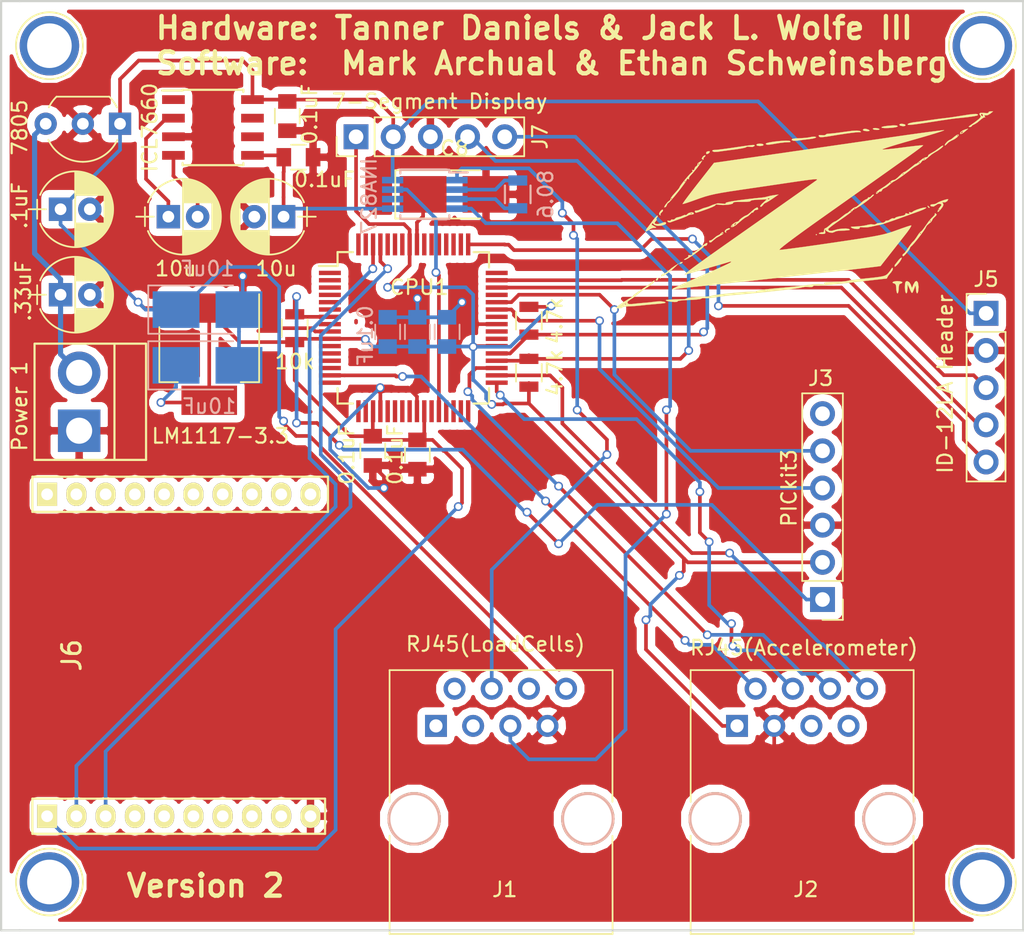
<source format=kicad_pcb>
(kicad_pcb (version 4) (host pcbnew 4.0.6-e0-6349~53~ubuntu16.04.1)
  (layers (0 F.Cu signal) (31 B.Cu signal) (34 B.Paste user) (35 F.Paste user) (36 B.SilkS user) (37 F.SilkS user) (38 B.Mask user) (39 F.Mask user) (44 Edge.Cuts user))
  (net 0 "")
  (net 1 "Net-(CPU1-Pad1)")
  (net 2 "Net-(CPU1-Pad2)")
  (net 3 "Net-(CPU1-Pad3)")
  (net 4 "Net-(CPU1-Pad4)")
  (net 5 "Net-(CPU1-Pad5)")
  (net 6 "Net-(CPU1-Pad6)")
  (net 7 "Net-(CPU1-Pad8)")
  (net 8 "Net-(CPU1-Pad11)")
  (net 9 "Net-(CPU1-Pad12)")
  (net 10 "Net-(CPU1-Pad14)")
  (net 11 "Net-(CPU1-Pad17)")
  (net 12 "Net-(CPU1-Pad18)")
  (net 13 "Net-(CPU1-Pad21)")
  (net 14 "Net-(CPU1-Pad22)")
  (net 15 "Net-(CPU1-Pad23)")
  (net 16 "Net-(CPU1-Pad24)")
  (net 17 "Net-(CPU1-Pad27)")
  (net 18 "Net-(CPU1-Pad29)")
  (net 19 "Net-(CPU1-Pad30)")
  (net 20 "Net-(CPU1-Pad39)")
  (net 21 "Net-(CPU1-Pad40)")
  (net 22 "Net-(CPU1-Pad42)")
  (net 23 "Net-(CPU1-Pad52)")
  (net 24 "Net-(CPU1-Pad53)")
  (net 25 "Net-(CPU1-Pad54)")
  (net 26 "Net-(CPU1-Pad55)")
  (net 27 "Net-(CPU1-Pad58)")
  (net 28 "Net-(CPU1-Pad59)")
  (net 29 "Net-(CPU1-Pad60)")
  (net 30 "Net-(CPU1-Pad63)")
  (net 31 "Net-(CPU1-Pad64)")
  (net 32 "Net-(J1-Pad1)")
  (net 33 "Net-(J1-Pad2)")
  (net 34 "Net-(J1-Pad3)")
  (net 35 "Net-(J1-Pad6)")
  (net 36 GND)
  (net 37 -5V)
  (net 38 3.3V)
  (net 39 "Net-(C8-Pad1)")
  (net 40 "Net-(R1-Pad1)")
  (net 41 "Net-(R1-Pad2)")
  (net 42 +5V)
  (net 43 "Net-(J3-Pad6)")
  (net 44 "Net-(J6-Pad11)")
  (net 45 "Net-(J6-Pad12)")
  (net 46 "Net-(J6-Pad13)")
  (net 47 "Net-(J6-Pad14)")
  (net 48 "Net-(J6-Pad15)")
  (net 49 "Net-(J6-Pad16)")
  (net 50 "Net-(J6-Pad17)")
  (net 51 "Net-(J6-Pad18)")
  (net 52 "Net-(J6-Pad19)")
  (net 53 "Net-(J6-Pad20)")
  (net 54 "Net-(J6-Pad4)")
  (net 55 "Net-(J6-Pad5)")
  (net 56 "Net-(J6-Pad6)")
  (net 57 "Net-(J6-Pad7)")
  (net 58 "Net-(J6-Pad8)")
  (net 59 "Net-(J6-Pad9)")
  (net 60 SDA1)
  (net 61 SCL1)
  (net 62 UART1TX)
  (net 63 UART1RX)
  (net 64 UART2TX)
  (net 65 UART2RX)
  (net 66 A-)
  (net 67 A+)
  (net 68 MCLR)
  (net 69 "Net-(CPU1-Pad13)")
  (net 70 "Net-(U1-Pad6)")
  (net 71 AN13)
  (net 72 "Net-(CPU1-Pad45)")
  (net 73 "Net-(CPU1-Pad48)")
  (net 74 LED)
  (net 75 CP)
  (net 76 "Net-(CPU1-Pad51)")
  (net 77 +9V)
  (net 78 "Net-(U3-Pad1)")
  (net 79 "Net-(U3-Pad6)")
  (net 80 "Net-(U3-Pad7)")
  (net 81 "Net-(CPU1-Pad16)")
  (net 82 "Net-(CPU1-Pad31)")
  (net 83 "Net-(CPU1-Pad32)")
  (net 84 PGED2)
  (net 85 PGEC2)
  (net 86 "Net-(J2-Pad5)")
  (net 87 "Net-(J2-Pad7)")
  (net 88 SS)
  (net 89 MOSI)
  (net 90 MISO)
  (net 91 SCK)
  (net 92 "Net-(C9-Pad1)")
  (net 93 "Net-(C9-Pad2)")
  (module Capacitors_THT:CP_Radial_D5.0mm_P2.00mm (layer F.Cu) (at 127 71.882)
    (fp_text reference C9)
    (fp_text value 10u (at 0.508 3.556) (layer F.SilkS))
    (pad 1 thru_hole rect (at 0 0) (size 1.6 1.6) (drill 0.8) (layers *.Cu *.Mask) (net 92 "Net-(C9-Pad1)"))
    (pad 2 thru_hole circle (at 2 0) (size 1.6 1.6) (drill 0.8) (layers *.Cu *.Mask) (net 93 "Net-(C9-Pad2)"))
  )
  (module Housings_QFP:TQFP-64_10x10mm_Pitch0.5mm (layer F.Cu) (at 143.7386 79.4766)
    (fp_text reference CPU1 hide)
    (fp_text value dsPIC33EP256MC506 hide)
    (fp_text user %R (at 0.4064 -2.7686) (layer F.SilkS))
    (pad 1 smd rect (at -5.7 -3.75) (size 1.5 0.3) (layers F.Cu F.Paste F.Mask) (net 1 "Net-(CPU1-Pad1)"))
    (pad 2 smd rect (at -5.7 -3.25) (size 1.5 0.3) (layers F.Cu F.Paste F.Mask) (net 2 "Net-(CPU1-Pad2)"))
    (pad 3 smd rect (at -5.7 -2.75) (size 1.5 0.3) (layers F.Cu F.Paste F.Mask) (net 3 "Net-(CPU1-Pad3)"))
    (pad 4 smd rect (at -5.7 -2.25) (size 1.5 0.3) (layers F.Cu F.Paste F.Mask) (net 4 "Net-(CPU1-Pad4)"))
    (pad 5 smd rect (at -5.7 -1.75) (size 1.5 0.3) (layers F.Cu F.Paste F.Mask) (net 5 "Net-(CPU1-Pad5)"))
    (pad 6 smd rect (at -5.7 -1.25) (size 1.5 0.3) (layers F.Cu F.Paste F.Mask) (net 6 "Net-(CPU1-Pad6)"))
    (pad 7 smd rect (at -5.7 -0.75) (size 1.5 0.3) (layers F.Cu F.Paste F.Mask) (net 68 MCLR))
    (pad 8 smd rect (at -5.7 -0.25) (size 1.5 0.3) (layers F.Cu F.Paste F.Mask) (net 7 "Net-(CPU1-Pad8)"))
    (pad 9 smd rect (at -5.7 0.25) (size 1.5 0.3) (layers F.Cu F.Paste F.Mask) (net 36 GND))
    (pad 10 smd rect (at -5.7 0.75) (size 1.5 0.3) (layers F.Cu F.Paste F.Mask) (net 38 3.3V))
    (pad 11 smd rect (at -5.7 1.25) (size 1.5 0.3) (layers F.Cu F.Paste F.Mask) (net 8 "Net-(CPU1-Pad11)"))
    (pad 12 smd rect (at -5.7 1.75) (size 1.5 0.3) (layers F.Cu F.Paste F.Mask) (net 9 "Net-(CPU1-Pad12)"))
    (pad 13 smd rect (at -5.7 2.25) (size 1.5 0.3) (layers F.Cu F.Paste F.Mask) (net 69 "Net-(CPU1-Pad13)"))
    (pad 14 smd rect (at -5.7 2.75) (size 1.5 0.3) (layers F.Cu F.Paste F.Mask) (net 10 "Net-(CPU1-Pad14)"))
    (pad 15 smd rect (at -5.7 3.25) (size 1.5 0.3) (layers F.Cu F.Paste F.Mask) (net 88 SS))
    (pad 16 smd rect (at -5.7 3.75) (size 1.5 0.3) (layers F.Cu F.Paste F.Mask) (net 81 "Net-(CPU1-Pad16)"))
    (pad 17 smd rect (at -3.75 5.7 90) (size 1.5 0.3) (layers F.Cu F.Paste F.Mask) (net 11 "Net-(CPU1-Pad17)"))
    (pad 18 smd rect (at -3.25 5.7 90) (size 1.5 0.3) (layers F.Cu F.Paste F.Mask) (net 12 "Net-(CPU1-Pad18)"))
    (pad 19 smd rect (at -2.75 5.7 90) (size 1.5 0.3) (layers F.Cu F.Paste F.Mask) (net 38 3.3V))
    (pad 20 smd rect (at -2.25 5.7 90) (size 1.5 0.3) (layers F.Cu F.Paste F.Mask) (net 36 GND))
    (pad 21 smd rect (at -1.75 5.7 90) (size 1.5 0.3) (layers F.Cu F.Paste F.Mask) (net 13 "Net-(CPU1-Pad21)"))
    (pad 22 smd rect (at -1.25 5.7 90) (size 1.5 0.3) (layers F.Cu F.Paste F.Mask) (net 14 "Net-(CPU1-Pad22)"))
    (pad 23 smd rect (at -0.75 5.7 90) (size 1.5 0.3) (layers F.Cu F.Paste F.Mask) (net 15 "Net-(CPU1-Pad23)"))
    (pad 24 smd rect (at -0.25 5.7 90) (size 1.5 0.3) (layers F.Cu F.Paste F.Mask) (net 16 "Net-(CPU1-Pad24)"))
    (pad 25 smd rect (at 0.25 5.7 90) (size 1.5 0.3) (layers F.Cu F.Paste F.Mask) (net 36 GND))
    (pad 26 smd rect (at 0.75 5.7 90) (size 1.5 0.3) (layers F.Cu F.Paste F.Mask) (net 38 3.3V))
    (pad 27 smd rect (at 1.25 5.7 90) (size 1.5 0.3) (layers F.Cu F.Paste F.Mask) (net 17 "Net-(CPU1-Pad27)"))
    (pad 28 smd rect (at 1.75 5.7 90) (size 1.5 0.3) (layers F.Cu F.Paste F.Mask) (net 71 AN13))
    (pad 29 smd rect (at 2.25 5.7 90) (size 1.5 0.3) (layers F.Cu F.Paste F.Mask) (net 18 "Net-(CPU1-Pad29)"))
    (pad 30 smd rect (at 2.75 5.7 90) (size 1.5 0.3) (layers F.Cu F.Paste F.Mask) (net 19 "Net-(CPU1-Pad30)"))
    (pad 31 smd rect (at 3.25 5.7 90) (size 1.5 0.3) (layers F.Cu F.Paste F.Mask) (net 82 "Net-(CPU1-Pad31)"))
    (pad 32 smd rect (at 3.75 5.7 90) (size 1.5 0.3) (layers F.Cu F.Paste F.Mask) (net 83 "Net-(CPU1-Pad32)"))
    (pad 33 smd rect (at 5.7 3.75) (size 1.5 0.3) (layers F.Cu F.Paste F.Mask) (net 89 MOSI))
    (pad 34 smd rect (at 5.7 3.25) (size 1.5 0.3) (layers F.Cu F.Paste F.Mask) (net 90 MISO))
    (pad 35 smd rect (at 5.7 2.75) (size 1.5 0.3) (layers F.Cu F.Paste F.Mask) (net 91 SCK))
    (pad 36 smd rect (at 5.7 2.25) (size 1.5 0.3) (layers F.Cu F.Paste F.Mask) (net 60 SDA1))
    (pad 37 smd rect (at 5.7 1.75) (size 1.5 0.3) (layers F.Cu F.Paste F.Mask) (net 61 SCL1))
    (pad 38 smd rect (at 5.7 1.25) (size 1.5 0.3) (layers F.Cu F.Paste F.Mask) (net 38 3.3V))
    (pad 39 smd rect (at 5.7 0.75) (size 1.5 0.3) (layers F.Cu F.Paste F.Mask) (net 20 "Net-(CPU1-Pad39)"))
    (pad 40 smd rect (at 5.7 0.25) (size 1.5 0.3) (layers F.Cu F.Paste F.Mask) (net 21 "Net-(CPU1-Pad40)"))
    (pad 41 smd rect (at 5.7 -0.25) (size 1.5 0.3) (layers F.Cu F.Paste F.Mask) (net 36 GND))
    (pad 42 smd rect (at 5.7 -0.75) (size 1.5 0.3) (layers F.Cu F.Paste F.Mask) (net 22 "Net-(CPU1-Pad42)"))
    (pad 43 smd rect (at 5.7 -1.25) (size 1.5 0.3) (layers F.Cu F.Paste F.Mask) (net 84 PGED2))
    (pad 44 smd rect (at 5.7 -1.75) (size 1.5 0.3) (layers F.Cu F.Paste F.Mask) (net 85 PGEC2))
    (pad 45 smd rect (at 5.7 -2.25) (size 1.5 0.3) (layers F.Cu F.Paste F.Mask) (net 72 "Net-(CPU1-Pad45)"))
    (pad 46 smd rect (at 5.7 -2.75) (size 1.5 0.3) (layers F.Cu F.Paste F.Mask) (net 63 UART1RX))
    (pad 47 smd rect (at 5.7 -3.25) (size 1.5 0.3) (layers F.Cu F.Paste F.Mask) (net 74 LED))
    (pad 48 smd rect (at 5.7 -3.75) (size 1.5 0.3) (layers F.Cu F.Paste F.Mask) (net 73 "Net-(CPU1-Pad48)"))
    (pad 49 smd rect (at 3.75 -5.7 90) (size 1.5 0.3) (layers F.Cu F.Paste F.Mask) (net 75 CP))
    (pad 50 smd rect (at 3.25 -5.7 90) (size 1.5 0.3) (layers F.Cu F.Paste F.Mask) (net 62 UART1TX))
    (pad 51 smd rect (at 2.75 -5.7 90) (size 1.5 0.3) (layers F.Cu F.Paste F.Mask) (net 76 "Net-(CPU1-Pad51)"))
    (pad 52 smd rect (at 2.25 -5.7 90) (size 1.5 0.3) (layers F.Cu F.Paste F.Mask) (net 23 "Net-(CPU1-Pad52)"))
    (pad 53 smd rect (at 1.75 -5.7 90) (size 1.5 0.3) (layers F.Cu F.Paste F.Mask) (net 24 "Net-(CPU1-Pad53)"))
    (pad 54 smd rect (at 1.25 -5.7 90) (size 1.5 0.3) (layers F.Cu F.Paste F.Mask) (net 25 "Net-(CPU1-Pad54)"))
    (pad 55 smd rect (at 0.75 -5.7 90) (size 1.5 0.3) (layers F.Cu F.Paste F.Mask) (net 26 "Net-(CPU1-Pad55)"))
    (pad 56 smd rect (at 0.25 -5.7 90) (size 1.5 0.3) (layers F.Cu F.Paste F.Mask) (net 39 "Net-(C8-Pad1)"))
    (pad 57 smd rect (at -0.25 -5.7 90) (size 1.5 0.3) (layers F.Cu F.Paste F.Mask) (net 38 3.3V))
    (pad 58 smd rect (at -0.75 -5.7 90) (size 1.5 0.3) (layers F.Cu F.Paste F.Mask) (net 27 "Net-(CPU1-Pad58)"))
    (pad 59 smd rect (at -1.25 -5.7 90) (size 1.5 0.3) (layers F.Cu F.Paste F.Mask) (net 28 "Net-(CPU1-Pad59)"))
    (pad 60 smd rect (at -1.75 -5.7 90) (size 1.5 0.3) (layers F.Cu F.Paste F.Mask) (net 29 "Net-(CPU1-Pad60)"))
    (pad 61 smd rect (at -2.25 -5.7 90) (size 1.5 0.3) (layers F.Cu F.Paste F.Mask) (net 64 UART2TX))
    (pad 62 smd rect (at -2.75 -5.7 90) (size 1.5 0.3) (layers F.Cu F.Paste F.Mask) (net 65 UART2RX))
    (pad 63 smd rect (at -3.25 -5.7 90) (size 1.5 0.3) (layers F.Cu F.Paste F.Mask) (net 30 "Net-(CPU1-Pad63)"))
    (pad 64 smd rect (at -3.75 -5.7 90) (size 1.5 0.3) (layers F.Cu F.Paste F.Mask) (net 31 "Net-(CPU1-Pad64)"))
  )
  (module Connect:RJ45_8 (layer F.Cu) (at 165.862 106.68)
    (fp_text reference J2 (at 4.7 11.18) (layer F.SilkS))
    (fp_text value "RJ45(Accelerometer)" (at 4.572 -5.334) (layer F.SilkS))
    (pad Hole np_thru_hole circle (at 10.38 6.35) (size 3.65 3.65) (drill 3.25) (layers *.Cu *.SilkS *.Mask))
    (pad Hole np_thru_hole circle (at -1.49 6.35) (size 3.65 3.65) (drill 3.25) (layers *.Cu *.SilkS *.Mask))
    (pad 1 thru_hole rect (at 0 0) (size 1.5 1.5) (drill 0.9) (layers *.Cu *.Mask) (net 38 3.3V))
    (pad 2 thru_hole circle (at 1.27 -2.54) (size 1.5 1.5) (drill 0.9) (layers *.Cu *.Mask) (net 88 SS))
    (pad 3 thru_hole circle (at 2.54 0) (size 1.5 1.5) (drill 0.9) (layers *.Cu *.Mask) (net 36 GND))
    (pad 4 thru_hole circle (at 3.81 -2.54) (size 1.5 1.5) (drill 0.9) (layers *.Cu *.Mask) (net 89 MOSI))
    (pad 5 thru_hole circle (at 5.08 0) (size 1.5 1.5) (drill 0.9) (layers *.Cu *.Mask) (net 86 "Net-(J2-Pad5)"))
    (pad 6 thru_hole circle (at 6.35 -2.54) (size 1.5 1.5) (drill 0.9) (layers *.Cu *.Mask) (net 91 SCK))
    (pad 7 thru_hole circle (at 7.62 0) (size 1.5 1.5) (drill 0.9) (layers *.Cu *.Mask) (net 87 "Net-(J2-Pad7)"))
    (pad 8 thru_hole circle (at 8.89 -2.54) (size 1.5 1.5) (drill 0.9) (layers *.Cu *.Mask) (net 90 MISO))
  )
  (module TO_SOT_Packages_SMD:SOT-223 (layer F.Cu) (at 129.794 81.28 270)
    (fp_text reference U2)
    (fp_text value LM1117-3.3 (at 5.588 -0.762 540) (layer F.SilkS))
    (pad 4 smd rect (at 3.15 0 270) (size 2 3.8) (layers F.Cu F.Paste F.Mask) (net 38 3.3V))
    (pad 2 smd rect (at -3.15 0 270) (size 2 1.5) (layers F.Cu F.Paste F.Mask) (net 38 3.3V))
    (pad 3 smd rect (at -3.15 2.3 270) (size 2 1.5) (layers F.Cu F.Paste F.Mask) (net 42 +5V))
    (pad 1 smd rect (at -3.15 -2.3 270) (size 2 1.5) (layers F.Cu F.Paste F.Mask) (net 36 GND))
  )
  (module Housings_SSOP:MSOP-8_3x3mm_Pitch0.65mm (layer B.Cu) (at 144.526 70.358 180)
    (fp_text reference U1)
    (fp_text value INA827 (at 3.81 -0.127 450) (layer B.SilkS) (effects (justify mirror)))
    (pad 1 smd rect (at -2.2 0.975 180) (size 1.45 0.45) (layers B.Cu B.Paste B.Mask) (net 66 A-))
    (pad 2 smd rect (at -2.2 0.325 180) (size 1.45 0.45) (layers B.Cu B.Paste B.Mask) (net 40 "Net-(R1-Pad1)"))
    (pad 3 smd rect (at -2.2 -0.325 180) (size 1.45 0.45) (layers B.Cu B.Paste B.Mask) (net 41 "Net-(R1-Pad2)"))
    (pad 4 smd rect (at -2.2 -0.975 180) (size 1.45 0.45) (layers B.Cu B.Paste B.Mask) (net 67 A+))
    (pad 5 smd rect (at 2.2 -0.975 180) (size 1.45 0.45) (layers B.Cu B.Paste B.Mask) (net 37 -5V))
    (pad 6 smd rect (at 2.2 -0.325 180) (size 1.45 0.45) (layers B.Cu B.Paste B.Mask) (net 70 "Net-(U1-Pad6)"))
    (pad 7 smd rect (at 2.2 0.325 180) (size 1.45 0.45) (layers B.Cu B.Paste B.Mask) (net 71 AN13))
    (pad 8 smd rect (at 2.2 0.975 180) (size 1.45 0.45) (layers B.Cu B.Paste B.Mask) (net 42 +5V))
  )
  (module Capacitors_SMD:C_0805 (layer F.Cu) (at 144.018 88.138 270)
    (fp_text reference C3 hide)
    (fp_text value 0.1uF (at 0 1.524 270) (layer F.SilkS))
    (pad 1 smd rect (at -1 0 270) (size 1 1.25) (layers F.Cu F.Paste F.Mask) (net 38 3.3V))
    (pad 2 smd rect (at 1 0 270) (size 1 1.25) (layers F.Cu F.Paste F.Mask) (net 36 GND))
  )
  (module SeniorDesignFootprints:AkronZ (layer F.Cu) (at 170.307 71.374)
    (fp_text reference "" hide)
    (fp_text value LOGO hide)
  )
  (module Connect:RJ45_8 (layer F.Cu) (at 145.288 106.68)
    (fp_text reference J1 (at 4.7 11.18) (layer F.SilkS))
    (fp_text value "RJ45(LoadCells)" (at 4.064 -5.588 180) (layer F.SilkS))
    (pad Hole np_thru_hole circle (at 10.38 6.35) (size 3.65 3.65) (drill 3.25) (layers *.Cu *.SilkS *.Mask))
    (pad Hole np_thru_hole circle (at -1.49 6.35) (size 3.65 3.65) (drill 3.25) (layers *.Cu *.SilkS *.Mask))
    (pad 1 thru_hole rect (at 0 0) (size 1.5 1.5) (drill 0.9) (layers *.Cu *.Mask) (net 32 "Net-(J1-Pad1)"))
    (pad 2 thru_hole circle (at 1.27 -2.54) (size 1.5 1.5) (drill 0.9) (layers *.Cu *.Mask) (net 33 "Net-(J1-Pad2)"))
    (pad 3 thru_hole circle (at 2.54 0) (size 1.5 1.5) (drill 0.9) (layers *.Cu *.Mask) (net 34 "Net-(J1-Pad3)"))
    (pad 4 thru_hole circle (at 3.81 -2.54) (size 1.5 1.5) (drill 0.9) (layers *.Cu *.Mask) (net 66 A-))
    (pad 5 thru_hole circle (at 5.08 0) (size 1.5 1.5) (drill 0.9) (layers *.Cu *.Mask) (net 67 A+))
    (pad 6 thru_hole circle (at 6.35 -2.54) (size 1.5 1.5) (drill 0.9) (layers *.Cu *.Mask) (net 35 "Net-(J1-Pad6)"))
    (pad 7 thru_hole circle (at 7.62 0) (size 1.5 1.5) (drill 0.9) (layers *.Cu *.Mask) (net 36 GND))
    (pad 8 thru_hole circle (at 8.89 -2.54) (size 1.5 1.5) (drill 0.9) (layers *.Cu *.Mask) (net 42 +5V))
  )
  (module Capacitors_SMD:C_0805 (layer B.Cu) (at 144.018 79.756 90)
    (fp_text reference C7 hide)
    (fp_text value 0.1uF)
    (pad 1 smd rect (at -1 0 90) (size 1 1.25) (layers B.Cu B.Paste B.Mask) (net 38 3.3V))
    (pad 2 smd rect (at 1 0 90) (size 1 1.25) (layers B.Cu B.Paste B.Mask) (net 36 GND))
  )
  (module SeniorDesignFootprints:XBEE-HEADER (layer F.Cu) (at 127.508 101.854 90)
    (fp_text reference J6 (at 0 -7.112 90) (layer F.SilkS) (effects (font (size 1.27 1.27) (thickness 0.2032))))
    (fp_text value "XBEE Header" hide)
    (pad 11 thru_hole oval (at 11 9.205) (size 1.36 1.6) (drill 0.8) (layers *.Cu *.Mask F.SilkS) (net 44 "Net-(J6-Pad11)"))
    (pad 12 thru_hole oval (at 11 7.205) (size 1.36 1.6) (drill 0.8) (layers *.Cu *.Mask F.SilkS) (net 45 "Net-(J6-Pad12)"))
    (pad 13 thru_hole oval (at 11 5.205) (size 1.36 1.6) (drill 0.8) (layers *.Cu *.Mask F.SilkS) (net 46 "Net-(J6-Pad13)"))
    (pad 14 thru_hole oval (at 11 3.205) (size 1.36 1.6) (drill 0.8) (layers *.Cu *.Mask F.SilkS) (net 47 "Net-(J6-Pad14)"))
    (pad 15 thru_hole oval (at 11 1.205) (size 1.36 1.6) (drill 0.8) (layers *.Cu *.Mask F.SilkS) (net 48 "Net-(J6-Pad15)"))
    (pad 16 thru_hole oval (at 11 -0.795) (size 1.36 1.6) (drill 0.8) (layers *.Cu *.Mask F.SilkS) (net 49 "Net-(J6-Pad16)"))
    (pad 17 thru_hole oval (at 11 -2.795) (size 1.36 1.6) (drill 0.8) (layers *.Cu *.Mask F.SilkS) (net 50 "Net-(J6-Pad17)"))
    (pad 18 thru_hole oval (at 11 -4.795) (size 1.36 1.6) (drill 0.8) (layers *.Cu *.Mask F.SilkS) (net 51 "Net-(J6-Pad18)"))
    (pad 19 thru_hole oval (at 11 -6.795) (size 1.36 1.6) (drill 0.8) (layers *.Cu *.Mask F.SilkS) (net 52 "Net-(J6-Pad19)"))
    (pad 20 thru_hole rect (at 11 -8.795) (size 1.36 1.6) (drill 0.8) (layers *.Cu *.Mask F.SilkS) (net 53 "Net-(J6-Pad20)"))
    (pad 1 thru_hole rect (at -11 -8.795) (size 1.36 1.6) (drill 0.8) (layers *.Cu *.Mask F.SilkS) (net 38 3.3V))
    (pad 2 thru_hole oval (at -11 -6.795) (size 1.36 1.6) (drill 0.8) (layers *.Cu *.Mask F.SilkS) (net 65 UART2RX))
    (pad 3 thru_hole oval (at -11 -4.795) (size 1.36 1.6) (drill 0.8) (layers *.Cu *.Mask F.SilkS) (net 64 UART2TX))
    (pad 4 thru_hole oval (at -11 -2.795) (size 1.36 1.6) (drill 0.8) (layers *.Cu *.Mask F.SilkS) (net 54 "Net-(J6-Pad4)"))
    (pad 5 thru_hole oval (at -11 -0.795) (size 1.36 1.6) (drill 0.8) (layers *.Cu *.Mask F.SilkS) (net 55 "Net-(J6-Pad5)"))
    (pad 6 thru_hole oval (at -11 1.205) (size 1.36 1.6) (drill 0.8) (layers *.Cu *.Mask F.SilkS) (net 56 "Net-(J6-Pad6)"))
    (pad 7 thru_hole oval (at -11 3.205) (size 1.36 1.6) (drill 0.8) (layers *.Cu *.Mask F.SilkS) (net 57 "Net-(J6-Pad7)"))
    (pad 8 thru_hole oval (at -11 5.205) (size 1.36 1.6) (drill 0.8) (layers *.Cu *.Mask F.SilkS) (net 58 "Net-(J6-Pad8)"))
    (pad 9 thru_hole oval (at -11 7.205) (size 1.36 1.6) (drill 0.8) (layers *.Cu *.Mask F.SilkS) (net 59 "Net-(J6-Pad9)"))
    (pad 10 thru_hole oval (at -11 9.205) (size 1.36 1.6) (drill 0.8) (layers *.Cu *.Mask F.SilkS) (net 36 GND))
  )
  (module Resistors_SMD:R_0805 (layer B.Cu) (at 150.876 70.358 270)
    (fp_text reference R1)
    (fp_text value 80.6 (at 0 -1.905 270) (layer B.SilkS) (effects (justify mirror)))
    (pad 1 smd rect (at -0.95 0 270) (size 0.7 1.3) (layers B.Cu B.Paste B.Mask) (net 40 "Net-(R1-Pad1)"))
    (pad 2 smd rect (at 0.95 0 270) (size 0.7 1.3) (layers B.Cu B.Paste B.Mask) (net 41 "Net-(R1-Pad2)"))
  )
  (module Capacitors_SMD:C_0805 (layer F.Cu) (at 135.128 65.008 270)
    (fp_text reference C2)
    (fp_text value 0.1uF (at -0.127 -1.524 270) (layer F.SilkS))
    (pad 1 smd rect (at -1 0 270) (size 1 1.25) (layers F.Cu F.Paste F.Mask) (net 42 +5V))
    (pad 2 smd rect (at 1 0 270) (size 1 1.25) (layers F.Cu F.Paste F.Mask) (net 36 GND))
  )
  (module Capacitors_SMD:C_0805 (layer F.Cu) (at 140.97 87.884 270)
    (fp_text reference C4 hide)
    (fp_text value 0.1uF (at 0.254 1.778 270) (layer F.SilkS))
    (pad 1 smd rect (at -1 0 270) (size 1 1.25) (layers F.Cu F.Paste F.Mask) (net 38 3.3V))
    (pad 2 smd rect (at 1 0 270) (size 1 1.25) (layers F.Cu F.Paste F.Mask) (net 36 GND))
  )
  (module Capacitors_SMD:C_0805 (layer B.Cu) (at 141.986 79.756 270)
    (fp_text reference C5 hide)
    (fp_text value 0.1uF (at 0.254 1.524 270) (layer B.SilkS) (effects (justify mirror)))
    (pad 1 smd rect (at -1 0 270) (size 1 1.25) (layers B.Cu B.Paste B.Mask) (net 36 GND))
    (pad 2 smd rect (at 1 0 270) (size 1 1.25) (layers B.Cu B.Paste B.Mask) (net 38 3.3V))
  )
  (module Capacitors_SMD:C_0805 (layer B.Cu) (at 146.05 79.756 90)
    (fp_text reference C6 hide)
    (fp_text value 0.1uF)
    (pad 1 smd rect (at -1 0 90) (size 1 1.25) (layers B.Cu B.Paste B.Mask) (net 38 3.3V))
    (pad 2 smd rect (at 1 0 90) (size 1 1.25) (layers B.Cu B.Paste B.Mask) (net 36 GND))
  )
  (module Pin_Headers:Pin_Header_Straight_1x06_Pitch2.54mm (layer F.Cu) (at 171.704 98.044 180)
    (fp_text reference J3 (at 0.127 15.113 180) (layer F.SilkS))
    (fp_text value PICkit3 (at 2.286 7.62 270) (layer F.SilkS))
    (pad 1 thru_hole rect (at 0 0 180) (size 1.7 1.7) (drill 1) (layers *.Cu *.Mask) (net 68 MCLR))
    (pad 2 thru_hole oval (at 0 2.54 180) (size 1.7 1.7) (drill 1) (layers *.Cu *.Mask) (net 38 3.3V))
    (pad 3 thru_hole oval (at 0 5.08 180) (size 1.7 1.7) (drill 1) (layers *.Cu *.Mask) (net 36 GND))
    (pad 4 thru_hole oval (at 0 7.62 180) (size 1.7 1.7) (drill 1) (layers *.Cu *.Mask) (net 84 PGED2))
    (pad 5 thru_hole oval (at 0 10.16 180) (size 1.7 1.7) (drill 1) (layers *.Cu *.Mask) (net 85 PGEC2))
    (pad 6 thru_hole oval (at 0 12.7 180) (size 1.7 1.7) (drill 1) (layers *.Cu *.Mask) (net 43 "Net-(J3-Pad6)"))
  )
  (module Resistors_SMD:R_0805 (layer F.Cu) (at 135.636 79.502 90)
    (fp_text reference R2 hide)
    (fp_text value 10k (at -2.286 0 180) (layer F.SilkS))
    (pad 1 smd rect (at -0.95 0 90) (size 0.7 1.3) (layers F.Cu F.Paste F.Mask) (net 38 3.3V))
    (pad 2 smd rect (at 0.95 0 90) (size 0.7 1.3) (layers F.Cu F.Paste F.Mask) (net 68 MCLR))
  )
  (module Pin_Headers:Pin_Header_Straight_1x02_Pitch3.96mm_Friction_Lock (layer F.Cu) (at 120.904 86.51 90)
    (fp_text reference P7)
    (fp_text value "Power 1" (at 1.674 -4.064 90) (layer F.SilkS))
    (pad 1 thru_hole rect (at 0 0 90) (size 2.9 2.9) (drill 1.78) (layers *.Cu *.Mask) (net 36 GND))
    (pad 2 thru_hole circle (at 3.96 0 90) (size 2.9 2.9) (drill 1.78) (layers *.Cu *.Mask) (net 77 +9V))
  )
  (module Socket_Strips:Socket_Strip_Straight_1x05_Pitch2.54mm (layer F.Cu) (at 139.827 66.421 90)
    (fp_text reference J7 (at 0 12.573 90) (layer F.SilkS))
    (fp_text value "7-Segment Display" (at 2.413 5.715 180) (layer F.SilkS))
    (pad 1 thru_hole rect (at 0 0 90) (size 1.7 1.7) (drill 1) (layers *.Cu *.Mask) (net 38 3.3V))
    (pad 2 thru_hole oval (at 0 2.54 90) (size 1.7 1.7) (drill 1) (layers *.Cu *.Mask) (net 42 +5V))
    (pad 3 thru_hole oval (at 0 5.08 90) (size 1.7 1.7) (drill 1) (layers *.Cu *.Mask) (net 36 GND))
    (pad 4 thru_hole oval (at 0 7.62 90) (size 1.7 1.7) (drill 1) (layers *.Cu *.Mask) (net 60 SDA1))
    (pad 5 thru_hole oval (at 0 10.16 90) (size 1.7 1.7) (drill 1) (layers *.Cu *.Mask) (net 61 SCL1))
  )
  (module Resistors_SMD:R_0805 (layer F.Cu) (at 151.638 82.55 90)
    (fp_text reference R5 hide)
    (fp_text value 4.7k (at 0 1.778 90) (layer F.SilkS))
    (pad 1 smd rect (at -0.95 0 90) (size 0.7 1.3) (layers F.Cu F.Paste F.Mask) (net 38 3.3V))
    (pad 2 smd rect (at 0.95 0 90) (size 0.7 1.3) (layers F.Cu F.Paste F.Mask) (net 60 SDA1))
  )
  (module Resistors_SMD:R_0805 (layer F.Cu) (at 151.638 78.994 270)
    (fp_text reference R6 hide)
    (fp_text value 4.7k (at 0 -1.778 270) (layer F.SilkS))
    (pad 1 smd rect (at -0.95 0 270) (size 0.7 1.3) (layers F.Cu F.Paste F.Mask) (net 38 3.3V))
    (pad 2 smd rect (at 0.95 0 270) (size 0.7 1.3) (layers F.Cu F.Paste F.Mask) (net 61 SCL1))
  )
  (module Capacitors_SMD:C_0805 (layer F.Cu) (at 135.89 67.818 180)
    (fp_text reference C1 hide)
    (fp_text value 0.1uF (at -1.778 -1.524 360) (layer F.SilkS))
    (pad 1 smd rect (at -1 0 180) (size 1 1.25) (layers F.Cu F.Paste F.Mask) (net 36 GND))
    (pad 2 smd rect (at 1 0 180) (size 1 1.25) (layers F.Cu F.Paste F.Mask) (net 37 -5V))
  )
  (module Socket_Strips:Socket_Strip_Straight_1x05_Pitch2.54mm (layer F.Cu) (at 182.88 78.486)
    (fp_text reference J5 (at 0 -2.33) (layer F.SilkS))
    (fp_text value "ID-12LA Header" (at -2.794 4.826 90) (layer F.SilkS))
    (pad 1 thru_hole rect (at 0 0) (size 1.7 1.7) (drill 1) (layers *.Cu *.Mask) (net 42 +5V))
    (pad 2 thru_hole oval (at 0 2.54) (size 1.7 1.7) (drill 1) (layers *.Cu *.Mask) (net 36 GND))
    (pad 3 thru_hole oval (at 0 5.08) (size 1.7 1.7) (drill 1) (layers *.Cu *.Mask) (net 74 LED))
    (pad 4 thru_hole oval (at 0 7.62) (size 1.7 1.7) (drill 1) (layers *.Cu *.Mask) (net 63 UART1RX))
    (pad 5 thru_hole oval (at 0 10.16) (size 1.7 1.7) (drill 1) (layers *.Cu *.Mask) (net 75 CP))
  )
  (module TO_SOT_Packages_THT:TO-92_Inline_Wide (layer F.Cu) (at 123.698 65.532 180)
    (fp_text reference U9)
    (fp_text value 7805 (at 6.858 -0.254 270) (layer F.SilkS))
    (pad 2 thru_hole circle (at 2.54 0 270) (size 1.52 1.52) (drill 0.8) (layers *.Cu *.Mask) (net 36 GND))
    (pad 3 thru_hole circle (at 5.08 0 270) (size 1.52 1.52) (drill 0.8) (layers *.Cu *.Mask) (net 77 +9V))
    (pad 1 thru_hole rect (at 0 0 180) (size 1.52 1.52) (drill 0.8) (layers *.Cu *.Mask) (net 42 +5V))
  )
  (module Connectors:1pin (layer F.Cu) (at 182.626 117.348)
    (fp_text reference "" (at 0 -3.048) (layer F.SilkS))
    (fp_text value "" hide)
    (pad "" np_thru_hole circle (at 0 0) (size 4.064 4.064) (drill 3.048) (layers *.Cu *.Mask))
  )
  (module Connectors:1pin (layer F.Cu) (at 118.872 117.348)
    (fp_text reference "" (at 0 -3.048) (layer F.SilkS))
    (fp_text value "" hide)
    (pad "" np_thru_hole circle (at 0 0) (size 4.064 4.064) (drill 3.048) (layers *.Cu *.Mask))
  )
  (module Connectors:1pin (layer F.Cu) (at 118.872 60.198)
    (fp_text reference "" hide)
    (fp_text value "" hide)
    (pad "" np_thru_hole circle (at 0 0) (size 4.064 4.064) (drill 3.048) (layers *.Cu *.Mask))
  )
  (module Connectors:1pin (layer F.Cu) (at 182.626 60.198)
    (fp_text reference "" hide)
    (fp_text value "" hide)
    (pad "" np_thru_hole circle (at 0 0) (size 4.064 4.064) (drill 3.048) (layers *.Cu *.Mask))
  )
  (module Housings_SOIC:SOIC-8_3.9x4.9mm_Pitch1.27mm (layer F.Cu) (at 130.048 65.786)
    (fp_text reference U3)
    (fp_text value ICL7660 (at -4.318 0 90) (layer F.SilkS))
    (pad 1 smd rect (at -2.7 -1.905) (size 1.55 0.6) (layers F.Cu F.Paste F.Mask) (net 78 "Net-(U3-Pad1)"))
    (pad 2 smd rect (at -2.7 -0.635) (size 1.55 0.6) (layers F.Cu F.Paste F.Mask) (net 92 "Net-(C9-Pad1)"))
    (pad 3 smd rect (at -2.7 0.635) (size 1.55 0.6) (layers F.Cu F.Paste F.Mask) (net 36 GND))
    (pad 4 smd rect (at -2.7 1.905) (size 1.55 0.6) (layers F.Cu F.Paste F.Mask) (net 93 "Net-(C9-Pad2)"))
    (pad 5 smd rect (at 2.7 1.905) (size 1.55 0.6) (layers F.Cu F.Paste F.Mask) (net 37 -5V))
    (pad 6 smd rect (at 2.7 0.635) (size 1.55 0.6) (layers F.Cu F.Paste F.Mask) (net 79 "Net-(U3-Pad6)"))
    (pad 7 smd rect (at 2.7 -0.635) (size 1.55 0.6) (layers F.Cu F.Paste F.Mask) (net 80 "Net-(U3-Pad7)"))
    (pad 8 smd rect (at 2.7 -1.905) (size 1.55 0.6) (layers F.Cu F.Paste F.Mask) (net 42 +5V))
  )
  (module Capacitors_THT:CP_Radial_D5.0mm_P2.00mm (layer F.Cu) (at 134.874 71.882 180)
    (fp_text reference C10)
    (fp_text value 10u (at 0.508 -3.556 180) (layer F.SilkS))
    (pad 1 thru_hole rect (at 0 0 180) (size 1.6 1.6) (drill 0.8) (layers *.Cu *.Mask) (net 37 -5V))
    (pad 2 thru_hole circle (at 2 0 180) (size 1.6 1.6) (drill 0.8) (layers *.Cu *.Mask) (net 36 GND))
  )
  (module Capacitors_Tantalum_SMD:CP_Tantalum_Case-T_EIA-3528-12_Hand (layer F.Cu) (at 146.558 70.358)
    (fp_text reference C8 (at 0 -3.15) (layer F.SilkS))
    (fp_text value 10uF)
    (pad 1 smd rect (at -2.15 0) (size 3.2 2.5) (layers F.Cu F.Paste F.Mask) (net 39 "Net-(C8-Pad1)"))
    (pad 2 smd rect (at 2.15 0) (size 3.2 2.5) (layers F.Cu F.Paste F.Mask) (net 36 GND))
  )
  (module Capacitors_THT:CP_Radial_D5.0mm_P2.00mm (layer F.Cu) (at 119.634 77.216)
    (fp_text reference C11)
    (fp_text value .33uF (at -2.54 -0.254 90) (layer F.SilkS))
    (pad 1 thru_hole rect (at 0 0) (size 1.6 1.6) (drill 0.8) (layers *.Cu *.Mask) (net 77 +9V))
    (pad 2 thru_hole circle (at 2 0) (size 1.6 1.6) (drill 0.8) (layers *.Cu *.Mask) (net 36 GND))
  )
  (module Capacitors_THT:CP_Radial_D5.0mm_P2.00mm (layer F.Cu) (at 119.634 71.374)
    (fp_text reference C12)
    (fp_text value .1uF (at -2.794 -0.254 90) (layer F.SilkS))
    (pad 1 thru_hole rect (at 0 0) (size 1.6 1.6) (drill 0.8) (layers *.Cu *.Mask) (net 42 +5V))
    (pad 2 thru_hole circle (at 2 0) (size 1.6 1.6) (drill 0.8) (layers *.Cu *.Mask) (net 36 GND))
  )
  (module Capacitors_Tantalum_SMD:CP_Tantalum_Case-T_EIA-3528-12_Hand (layer B.Cu) (at 129.676 78.232)
    (fp_text reference C13)
    (fp_text value 10uF (at 0 -2.794) (layer B.SilkS) (effects (justify mirror)))
    (pad 1 smd rect (at -2.15 0) (size 3.2 2.5) (layers B.Cu B.Paste B.Mask) (net 42 +5V))
    (pad 2 smd rect (at 2.15 0) (size 3.2 2.5) (layers B.Cu B.Paste B.Mask) (net 36 GND))
  )
  (module Capacitors_Tantalum_SMD:CP_Tantalum_Case-T_EIA-3528-12_Hand (layer B.Cu) (at 129.676 82.042)
    (fp_text reference C14)
    (fp_text value 10uF (at 0.118 2.794) (layer B.SilkS) (effects (justify mirror)))
    (pad 1 smd rect (at -2.15 0) (size 3.2 2.5) (layers B.Cu B.Paste B.Mask) (net 38 3.3V))
    (pad 2 smd rect (at 2.15 0) (size 3.2 2.5) (layers B.Cu B.Paste B.Mask) (net 36 GND))
  )
  (gr_text "Version 2" (at 129.54 117.602) (layer F.SilkS) (effects (font (size 1.5 1.5) (thickness 0.3))))
  (gr_line (start 115.57 120.65) (end 116.84 120.65) (angle 90) (layer Edge.Cuts) (width 0.15))
  (gr_line (start 115.57 57.15) (end 115.57 120.65) (angle 90) (layer Edge.Cuts) (width 0.15))
  (gr_line (start 116.84 57.15) (end 115.57 57.15) (angle 90) (layer Edge.Cuts) (width 0.15))
  (gr_line (start 185.42 120.65) (end 116.84 120.65) (angle 90) (layer Edge.Cuts) (width 0.15))
  (gr_line (start 185.42 57.15) (end 185.42 120.65) (angle 90) (layer Edge.Cuts) (width 0.15))
  (gr_line (start 116.84 57.15) (end 185.42 57.15) (angle 90) (layer Edge.Cuts) (width 0.15))
  (gr_text "Hardware: Tanner Daniels & Jack L. Wolfe III\nSoftware:  Mark Archual & Ethan Schweinsberg" (at 125.984 60.198) (layer F.SilkS) (effects (font (size 1.5 1.5) (thickness 0.3)) (justify left)))
  (segment (start 139.827 78.994) (end 139.827 79.121) (width 0.25) (layer F.Cu) (net 0))
  (segment (start 132.08 75.946) (end 132.08 77.34159) (width 0.25) (layer B.Cu) (net 36))
  (segment (start 132.08 77.34159) (end 131.6396 77.78199) (width 0.25) (layer B.Cu) (net 36))
  (segment (start 131.6396 77.78199) (end 131.507795 77.913795) (width 0.25) (layer B.Cu) (net 36))
  (segment (start 132.094 78.13) (end 132.094 75.96) (width 0.25) (layer F.Cu) (net 36))
  (via (at 132.08 75.946) (size 0.6) (drill 0.4) (layers F.Cu B.Cu) (net 36))
  (segment (start 132.094 75.96) (end 132.08 75.946) (width 0.25) (layer F.Cu) (net 36))
  (segment (start 141.732 90.424) (end 141.732 89.646) (width 0.25) (layer F.Cu) (net 36))
  (segment (start 141.732 89.646) (end 140.97 88.884) (width 0.25) (layer F.Cu) (net 36))
  (segment (start 141.478 83.566) (end 138.058999 86.985001) (width 0.25) (layer B.Cu) (net 36))
  (segment (start 138.058999 86.985001) (end 138.058999 87.803001) (width 0.25) (layer B.Cu) (net 36))
  (segment (start 138.058999 87.803001) (end 140.679998 90.424) (width 0.25) (layer B.Cu) (net 36))
  (segment (start 140.679998 90.424) (end 141.732 90.424) (width 0.25) (layer B.Cu) (net 36))
  (via (at 141.732 90.424) (size 0.6) (drill 0.4) (layers F.Cu B.Cu) (net 36))
  (segment (start 140.97 88.884) (end 143.764 88.884) (width 0.25) (layer F.Cu) (net 36))
  (segment (start 143.764 88.884) (end 144.018 89.138) (width 0.25) (layer F.Cu) (net 36))
  (segment (start 143.9886 85.1766) (end 143.9886 84.1766) (width 0.25) (layer F.Cu) (net 36))
  (segment (start 143.9886 84.1766) (end 143.378 83.566) (width 0.25) (layer F.Cu) (net 36))
  (segment (start 143.378 83.566) (end 141.902264 83.566) (width 0.25) (layer F.Cu) (net 36))
  (segment (start 141.902264 83.566) (end 141.478 83.566) (width 0.25) (layer F.Cu) (net 36))
  (via (at 141.478 83.566) (size 0.6) (drill 0.4) (layers F.Cu B.Cu) (net 36))
  (segment (start 136.814 79.502) (end 133.731 79.502) (width 0.25) (layer F.Cu) (net 36))
  (segment (start 138.0386 79.7266) (end 137.0386 79.7266) (width 0.25) (layer F.Cu) (net 36))
  (segment (start 137.0386 79.7266) (end 136.814 79.502) (width 0.25) (layer F.Cu) (net 36))
  (segment (start 141.4886 85.1766) (end 141.4886 83.5766) (width 0.25) (layer F.Cu) (net 36))
  (segment (start 141.4886 83.5766) (end 141.478 83.566) (width 0.25) (layer F.Cu) (net 36))
  (segment (start 168.402 106.68) (end 168.402 108.585) (width 0.25) (layer F.Cu) (net 36))
  (segment (start 146.05 78.756) (end 146.05 78.74) (width 0.25) (layer B.Cu) (net 36))
  (segment (start 146.05 78.74) (end 147.066 77.724) (width 0.25) (layer B.Cu) (net 36))
  (via (at 147.066 77.724) (size 0.6) (drill 0.4) (layers F.Cu B.Cu) (net 36))
  (segment (start 149.4386 79.2266) (end 148.0606 79.2266) (width 0.25) (layer F.Cu) (net 36))
  (segment (start 148.0606 79.2266) (end 147.828 78.994) (width 0.25) (layer F.Cu) (net 36))
  (segment (start 144.018 78.756) (end 144.018 77.47) (width 0.25) (layer B.Cu) (net 36))
  (via (at 144.018 77.47) (size 0.6) (drill 0.4) (layers F.Cu B.Cu) (net 36))
  (segment (start 144.018 78.756) (end 146.05 78.756) (width 0.25) (layer B.Cu) (net 36))
  (segment (start 144.018 78.756) (end 141.986 78.756) (width 0.25) (layer B.Cu) (net 36))
  (segment (start 131.826 78.232) (end 131.826 79.732) (width 0.25) (layer B.Cu) (net 36))
  (segment (start 131.826 79.732) (end 131.826 82.042) (width 0.25) (layer B.Cu) (net 36))
  (segment (start 142.326 71.333) (end 135.423 71.333) (width 0.25) (layer B.Cu) (net 37))
  (segment (start 135.423 71.333) (end 134.874 71.882) (width 0.25) (layer B.Cu) (net 37))
  (segment (start 134.89 67.818) (end 134.89 68.818) (width 0.25) (layer F.Cu) (net 37))
  (segment (start 134.89 68.818) (end 134.874 68.834) (width 0.25) (layer F.Cu) (net 37))
  (segment (start 134.874 70.55401) (end 134.874 71.882) (width 0.25) (layer F.Cu) (net 37))
  (segment (start 134.874 68.834) (end 134.874 70.55401) (width 0.25) (layer F.Cu) (net 37))
  (segment (start 132.748 67.691) (end 134.763 67.691) (width 0.25) (layer F.Cu) (net 37))
  (segment (start 134.763 67.691) (end 134.89 67.818) (width 0.25) (layer F.Cu) (net 37))
  (segment (start 129.794 84.43) (end 129.794 78.13) (width 0.25) (layer F.Cu) (net 38))
  (segment (start 135.636 80.452) (end 131.866 80.452) (width 0.25) (layer F.Cu) (net 38))
  (segment (start 131.866 80.452) (end 129.794 78.38) (width 0.25) (layer F.Cu) (net 38))
  (segment (start 129.794 78.38) (end 129.794 78.13) (width 0.25) (layer F.Cu) (net 38))
  (segment (start 139.462 86.884) (end 135.636 83.058) (width 0.25) (layer F.Cu) (net 38))
  (segment (start 135.636 83.058) (end 135.636 80.452) (width 0.25) (layer F.Cu) (net 38))
  (segment (start 140.716 72.39) (end 139.827 71.501) (width 0.25) (layer F.Cu) (net 38))
  (segment (start 139.827 71.501) (end 139.827 66.421) (width 0.25) (layer F.Cu) (net 38))
  (segment (start 143.102 72.39) (end 140.716 72.39) (width 0.25) (layer F.Cu) (net 38))
  (segment (start 143.4886 73.7766) (end 143.4886 72.7766) (width 0.25) (layer F.Cu) (net 38))
  (segment (start 143.4886 72.7766) (end 143.102 72.39) (width 0.25) (layer F.Cu) (net 38))
  (segment (start 126.492 84.582) (end 129.642 84.582) (width 0.25) (layer F.Cu) (net 38))
  (segment (start 129.642 84.582) (end 129.794 84.43) (width 0.25) (layer F.Cu) (net 38))
  (segment (start 127.526 82.042) (end 127.526 83.548) (width 0.25) (layer B.Cu) (net 38))
  (segment (start 127.526 83.548) (end 126.492 84.582) (width 0.25) (layer B.Cu) (net 38))
  (via (at 126.492 84.582) (size 0.6) (drill 0.4) (layers F.Cu B.Cu) (net 38))
  (segment (start 146.812 91.694) (end 138.43 100.076) (width 0.25) (layer B.Cu) (net 38))
  (segment (start 138.43 100.076) (end 138.43 113.792) (width 0.25) (layer B.Cu) (net 38))
  (segment (start 118.713 112.974) (end 118.713 112.854) (width 0.25) (layer B.Cu) (net 38))
  (segment (start 138.43 113.792) (end 137.16 115.062) (width 0.25) (layer B.Cu) (net 38))
  (segment (start 137.16 115.062) (end 120.801 115.062) (width 0.25) (layer B.Cu) (net 38))
  (segment (start 120.801 115.062) (end 118.713 112.974) (width 0.25) (layer B.Cu) (net 38))
  (segment (start 140.97 86.884) (end 139.462 86.884) (width 0.25) (layer F.Cu) (net 38))
  (segment (start 147.828 80.772) (end 147.828 83.058) (width 0.25) (layer B.Cu) (net 38))
  (segment (start 147.828 83.058) (end 147.871264 83.058) (width 0.25) (layer B.Cu) (net 38))
  (segment (start 147.871264 83.058) (end 148.717 83.903736) (width 0.25) (layer B.Cu) (net 38))
  (segment (start 148.717 84.328) (end 149.098 84.709) (width 0.25) (layer B.Cu) (net 38))
  (segment (start 148.717 83.903736) (end 148.717 84.328) (width 0.25) (layer B.Cu) (net 38))
  (segment (start 149.926 84.648) (end 149.865 84.709) (width 0.25) (layer F.Cu) (net 38))
  (segment (start 149.865 84.709) (end 149.098 84.709) (width 0.25) (layer F.Cu) (net 38))
  (segment (start 162.494 95.504) (end 162.24 95.25) (width 0.25) (layer F.Cu) (net 38))
  (segment (start 162.24 95.25) (end 151.638 84.648) (width 0.25) (layer F.Cu) (net 38))
  (segment (start 161.925 96.393) (end 162.224999 96.093001) (width 0.25) (layer F.Cu) (net 38))
  (segment (start 162.224999 96.093001) (end 162.224999 95.265001) (width 0.25) (layer F.Cu) (net 38))
  (segment (start 162.224999 95.265001) (end 162.24 95.25) (width 0.25) (layer F.Cu) (net 38))
  (segment (start 159.938999 98.379001) (end 161.925 96.393) (width 0.25) (layer B.Cu) (net 38))
  (via (at 161.925 96.393) (size 0.6) (drill 0.4) (layers F.Cu B.Cu) (net 38))
  (segment (start 159.639 99.441) (end 159.938999 99.141001) (width 0.25) (layer B.Cu) (net 38))
  (segment (start 159.938999 99.141001) (end 159.938999 98.379001) (width 0.25) (layer B.Cu) (net 38))
  (segment (start 159.639 101.457) (end 159.639 99.441) (width 0.25) (layer F.Cu) (net 38))
  (via (at 159.639 99.441) (size 0.6) (drill 0.4) (layers F.Cu B.Cu) (net 38))
  (segment (start 165.862 106.68) (end 164.862 106.68) (width 0.25) (layer F.Cu) (net 38))
  (segment (start 164.862 106.68) (end 159.639 101.457) (width 0.25) (layer F.Cu) (net 38))
  (segment (start 143.4886 73.7766) (end 143.4886 75.2054) (width 0.25) (layer F.Cu) (net 38))
  (segment (start 147.828 77.216) (end 147.828 80.772) (width 0.25) (layer B.Cu) (net 38))
  (segment (start 147.32 76.708) (end 147.828 77.216) (width 0.25) (layer B.Cu) (net 38))
  (segment (start 141.986 76.708) (end 147.32 76.708) (width 0.25) (layer B.Cu) (net 38))
  (via (at 141.986 76.708) (size 0.6) (drill 0.4) (layers F.Cu B.Cu) (net 38))
  (segment (start 143.4886 75.2054) (end 141.986 76.708) (width 0.25) (layer F.Cu) (net 38))
  (segment (start 151.638 84.648) (end 149.926 84.648) (width 0.25) (layer F.Cu) (net 38))
  (via (at 149.098 84.709) (size 0.6) (drill 0.4) (layers F.Cu B.Cu) (net 38))
  (segment (start 151.638 78.044) (end 153.096 78.044) (width 0.25) (layer F.Cu) (net 38))
  (segment (start 153.096 78.044) (end 153.162 77.978) (width 0.25) (layer F.Cu) (net 38))
  (via (at 153.162 77.978) (size 0.6) (drill 0.4) (layers F.Cu B.Cu) (net 38))
  (segment (start 153.162 77.978) (end 150.368 80.772) (width 0.25) (layer B.Cu) (net 38))
  (segment (start 150.368 80.772) (end 147.828 80.772) (width 0.25) (layer B.Cu) (net 38))
  (segment (start 139.827 66.421) (end 139.827 66.675) (width 0.25) (layer F.Cu) (net 38))
  (segment (start 141.986 80.756) (end 140.954 80.756) (width 0.25) (layer B.Cu) (net 38))
  (segment (start 140.4246 80.2266) (end 138.0386 80.2266) (width 0.25) (layer F.Cu) (net 38))
  (segment (start 140.462 80.264) (end 140.4246 80.2266) (width 0.25) (layer F.Cu) (net 38))
  (via (at 140.462 80.264) (size 0.6) (drill 0.4) (layers F.Cu B.Cu) (net 38))
  (segment (start 140.954 80.756) (end 140.462 80.264) (width 0.25) (layer B.Cu) (net 38))
  (segment (start 149.4386 80.7266) (end 147.8734 80.7266) (width 0.25) (layer F.Cu) (net 38))
  (segment (start 147.8734 80.7266) (end 147.828 80.772) (width 0.25) (layer F.Cu) (net 38))
  (via (at 147.828 80.772) (size 0.6) (drill 0.4) (layers F.Cu B.Cu) (net 38))
  (segment (start 147.812 80.756) (end 146.05 80.756) (width 0.25) (layer B.Cu) (net 38))
  (segment (start 147.828 80.772) (end 147.812 80.756) (width 0.25) (layer B.Cu) (net 38))
  (segment (start 144.018 80.756) (end 146.05 80.756) (width 0.25) (layer B.Cu) (net 38))
  (segment (start 141.986 80.756) (end 144.018 80.756) (width 0.25) (layer B.Cu) (net 38))
  (segment (start 144.018 87.138) (end 141.224 87.138) (width 0.25) (layer F.Cu) (net 38))
  (segment (start 141.224 87.138) (end 140.97 86.884) (width 0.25) (layer F.Cu) (net 38))
  (segment (start 140.97 86.884) (end 140.97 85.1952) (width 0.25) (layer F.Cu) (net 38))
  (segment (start 140.97 85.1952) (end 140.9886 85.1766) (width 0.25) (layer F.Cu) (net 38))
  (segment (start 138.0386 80.2266) (end 135.8614 80.2266) (width 0.25) (layer F.Cu) (net 38))
  (segment (start 135.8614 80.2266) (end 135.636 80.452) (width 0.25) (layer F.Cu) (net 38))
  (segment (start 147.066 91.44) (end 147.066 89.088) (width 0.25) (layer F.Cu) (net 38))
  (segment (start 146.812 91.694) (end 147.066 91.44) (width 0.25) (layer F.Cu) (net 38))
  (via (at 146.812 91.694) (size 0.6) (drill 0.4) (layers F.Cu B.Cu) (net 38))
  (segment (start 171.704 95.504) (end 162.494 95.504) (width 0.25) (layer F.Cu) (net 38))
  (segment (start 151.638 83.246) (end 151.638 84.648) (width 0.25) (layer F.Cu) (net 38))
  (segment (start 144.018 87.138) (end 145.05 87.138) (width 0.25) (layer F.Cu) (net 38))
  (segment (start 145.862 87.884) (end 147.066 89.088) (width 0.25) (layer F.Cu) (net 38))
  (segment (start 145.796 87.884) (end 145.862 87.884) (width 0.25) (layer F.Cu) (net 38))
  (segment (start 145.05 87.138) (end 145.796 87.884) (width 0.25) (layer F.Cu) (net 38))
  (segment (start 144.4886 85.1766) (end 144.4886 86.6674) (width 0.25) (layer F.Cu) (net 38))
  (segment (start 144.4886 86.6674) (end 144.018 87.138) (width 0.25) (layer F.Cu) (net 38))
  (segment (start 149.4426 80.7306) (end 149.4386 80.7266) (width 0.25) (layer F.Cu) (net 38))
  (segment (start 144.408 70.358) (end 144.408 71.858) (width 0.25) (layer F.Cu) (net 39))
  (segment (start 144.408 71.858) (end 143.9886 72.2774) (width 0.25) (layer F.Cu) (net 39))
  (segment (start 143.9886 72.2774) (end 143.9886 72.7766) (width 0.25) (layer F.Cu) (net 39))
  (segment (start 143.9886 72.7766) (end 143.9886 73.7766) (width 0.25) (layer F.Cu) (net 39))
  (segment (start 150.876 69.408) (end 149.976 69.408) (width 0.25) (layer B.Cu) (net 40))
  (segment (start 149.351 70.033) (end 147.701 70.033) (width 0.25) (layer B.Cu) (net 40))
  (segment (start 149.976 69.408) (end 149.351 70.033) (width 0.25) (layer B.Cu) (net 40))
  (segment (start 147.701 70.033) (end 146.726 70.033) (width 0.25) (layer B.Cu) (net 40))
  (segment (start 150.876 71.308) (end 149.976 71.308) (width 0.25) (layer B.Cu) (net 41))
  (segment (start 149.976 71.308) (end 149.351 70.683) (width 0.25) (layer B.Cu) (net 41))
  (segment (start 149.351 70.683) (end 147.701 70.683) (width 0.25) (layer B.Cu) (net 41))
  (segment (start 147.701 70.683) (end 146.726 70.683) (width 0.25) (layer B.Cu) (net 41))
  (segment (start 125.442 78.232) (end 124.934 77.724) (width 0.25) (layer B.Cu) (net 42))
  (segment (start 124.934 77.724) (end 119.634 72.424) (width 0.25) (layer B.Cu) (net 42))
  (segment (start 127.494 78.13) (end 125.34 78.13) (width 0.25) (layer F.Cu) (net 42))
  (segment (start 125.34 78.13) (end 124.934 77.724) (width 0.25) (layer F.Cu) (net 42))
  (via (at 124.934 77.724) (size 0.6) (drill 0.4) (layers F.Cu B.Cu) (net 42))
  (segment (start 123.698 65.532) (end 123.698 67.31) (width 0.25) (layer B.Cu) (net 42))
  (segment (start 123.698 67.31) (end 119.634 71.374) (width 0.25) (layer B.Cu) (net 42))
  (segment (start 127.526 78.232) (end 125.442 78.232) (width 0.25) (layer B.Cu) (net 42))
  (segment (start 119.634 72.424) (end 119.634 71.374) (width 0.25) (layer B.Cu) (net 42))
  (segment (start 134.874 85.852) (end 134.574001 85.552001) (width 0.25) (layer B.Cu) (net 42))
  (segment (start 134.574001 85.552001) (end 134.574001 76.662001) (width 0.25) (layer B.Cu) (net 42))
  (segment (start 134.574001 76.662001) (end 133.232999 75.320999) (width 0.25) (layer B.Cu) (net 42))
  (segment (start 133.232999 75.320999) (end 130.787001 75.320999) (width 0.25) (layer B.Cu) (net 42))
  (segment (start 130.787001 75.320999) (end 127.876 78.232) (width 0.25) (layer B.Cu) (net 42))
  (segment (start 127.876 78.232) (end 127.526 78.232) (width 0.25) (layer B.Cu) (net 42))
  (segment (start 136.652 86.868) (end 135.726998 86.868) (width 0.25) (layer F.Cu) (net 42))
  (segment (start 135.726998 86.868) (end 134.874 86.015002) (width 0.25) (layer F.Cu) (net 42))
  (segment (start 134.874 86.015002) (end 134.874 85.852) (width 0.25) (layer F.Cu) (net 42))
  (via (at 134.874 85.852) (size 0.6) (drill 0.4) (layers F.Cu B.Cu) (net 42))
  (segment (start 136.906 87.122) (end 136.652 86.868) (width 0.25) (layer F.Cu) (net 42))
  (segment (start 138.684 88.9) (end 136.906 87.122) (width 0.25) (layer F.Cu) (net 42))
  (segment (start 123.698 65.532) (end 123.698 62.484) (width 0.25) (layer F.Cu) (net 42))
  (segment (start 123.698 62.484) (end 124.968 61.214) (width 0.25) (layer F.Cu) (net 42))
  (segment (start 124.968 61.214) (end 132.08 61.214) (width 0.25) (layer F.Cu) (net 42))
  (segment (start 132.08 61.214) (end 132.748 61.882) (width 0.25) (layer F.Cu) (net 42))
  (segment (start 132.748 61.882) (end 132.748 63.881) (width 0.25) (layer F.Cu) (net 42))
  (segment (start 167.302 64.008) (end 144.78 64.008) (width 0.25) (layer B.Cu) (net 42))
  (segment (start 144.78 64.008) (end 142.367 66.421) (width 0.25) (layer B.Cu) (net 42))
  (segment (start 182.88 78.486) (end 181.78 78.486) (width 0.25) (layer B.Cu) (net 42))
  (segment (start 181.78 78.486) (end 167.302 64.008) (width 0.25) (layer B.Cu) (net 42))
  (segment (start 133.223 63.881) (end 132.748 63.881) (width 0.25) (layer F.Cu) (net 42))
  (segment (start 154.178 104.14) (end 153.924 104.14) (width 0.25) (layer F.Cu) (net 42))
  (segment (start 153.924 104.14) (end 138.684 88.9) (width 0.25) (layer F.Cu) (net 42))
  (segment (start 142.326 69.383) (end 142.326 66.462) (width 0.25) (layer B.Cu) (net 42))
  (segment (start 142.326 66.462) (end 142.367 66.421) (width 0.25) (layer B.Cu) (net 42))
  (segment (start 135.509 63.881) (end 141.224 63.881) (width 0.25) (layer F.Cu) (net 42))
  (segment (start 141.224 63.881) (end 142.367 65.024) (width 0.25) (layer F.Cu) (net 42))
  (segment (start 142.367 65.024) (end 142.367 66.421) (width 0.25) (layer F.Cu) (net 42))
  (segment (start 132.748 63.881) (end 135.509 63.881) (width 0.25) (layer F.Cu) (net 42))
  (segment (start 147.447 66.421) (end 147.701 66.421) (width 0.25) (layer B.Cu) (net 60))
  (segment (start 147.701 66.421) (end 149.352 68.072) (width 0.25) (layer B.Cu) (net 60))
  (segment (start 149.352 68.072) (end 154.94 68.072) (width 0.25) (layer B.Cu) (net 60))
  (segment (start 154.94 68.072) (end 162.56 75.692) (width 0.25) (layer B.Cu) (net 60))
  (segment (start 162.56 75.692) (end 162.56 81.026) (width 0.25) (layer B.Cu) (net 60))
  (via (at 162.56 81.026) (size 0.6) (drill 0.4) (layers F.Cu B.Cu) (net 60))
  (segment (start 162.56 81.026) (end 161.986 81.6) (width 0.25) (layer F.Cu) (net 60))
  (segment (start 161.986 81.6) (end 151.638 81.6) (width 0.25) (layer F.Cu) (net 60))
  (segment (start 149.4386 81.7266) (end 151.2574 81.7266) (width 0.25) (layer F.Cu) (net 60))
  (segment (start 151.2574 81.7266) (end 151.638 81.346) (width 0.25) (layer F.Cu) (net 60))
  (segment (start 149.987 66.421) (end 154.813 66.421) (width 0.25) (layer B.Cu) (net 61))
  (segment (start 163.388 79.944) (end 151.638 79.944) (width 0.25) (layer F.Cu) (net 61))
  (segment (start 163.576 79.756) (end 163.388 79.944) (width 0.25) (layer F.Cu) (net 61))
  (via (at 163.576 79.756) (size 0.6) (drill 0.4) (layers F.Cu B.Cu) (net 61))
  (segment (start 163.83 79.502) (end 163.576 79.756) (width 0.25) (layer B.Cu) (net 61))
  (segment (start 163.83 75.438) (end 163.83 79.502) (width 0.25) (layer B.Cu) (net 61))
  (segment (start 154.813 66.421) (end 163.83 75.438) (width 0.25) (layer B.Cu) (net 61))
  (segment (start 149.4386 81.2266) (end 150.3554 81.2266) (width 0.25) (layer F.Cu) (net 61))
  (segment (start 150.3554 81.2266) (end 151.638 79.944) (width 0.25) (layer F.Cu) (net 61))
  (segment (start 182.88 86.106) (end 182.372 86.106) (width 0.25) (layer F.Cu) (net 63))
  (segment (start 182.372 86.106) (end 172.9926 76.7266) (width 0.25) (layer F.Cu) (net 63))
  (segment (start 172.9926 76.7266) (end 149.4386 76.7266) (width 0.25) (layer F.Cu) (net 63))
  (segment (start 139.446 91.694) (end 122.713 108.427) (width 0.25) (layer B.Cu) (net 64))
  (segment (start 122.713 108.427) (end 122.713 112.854) (width 0.25) (layer B.Cu) (net 64))
  (segment (start 141.4886 73.7766) (end 141.4886 74.9406) (width 0.25) (layer F.Cu) (net 64))
  (segment (start 139.446 90.17) (end 139.446 91.694) (width 0.25) (layer B.Cu) (net 64))
  (segment (start 137.414 88.138) (end 139.446 90.17) (width 0.25) (layer B.Cu) (net 64))
  (segment (start 137.414 80.01) (end 137.414 88.138) (width 0.25) (layer B.Cu) (net 64))
  (segment (start 141.986 75.438) (end 137.414 80.01) (width 0.25) (layer B.Cu) (net 64))
  (via (at 141.986 75.438) (size 0.6) (drill 0.4) (layers F.Cu B.Cu) (net 64))
  (segment (start 141.4886 74.9406) (end 141.986 75.438) (width 0.25) (layer F.Cu) (net 64))
  (segment (start 138.43 91.694) (end 120.713 109.411) (width 0.25) (layer B.Cu) (net 65))
  (segment (start 120.713 109.411) (end 120.713 112.854) (width 0.25) (layer B.Cu) (net 65))
  (segment (start 140.9886 73.7766) (end 140.9886 75.4194) (width 0.25) (layer F.Cu) (net 65))
  (segment (start 138.43 90.17) (end 138.43 91.694) (width 0.25) (layer B.Cu) (net 65))
  (segment (start 136.652 88.392) (end 138.43 90.17) (width 0.25) (layer B.Cu) (net 65))
  (segment (start 136.652 79.756) (end 136.652 88.392) (width 0.25) (layer B.Cu) (net 65))
  (segment (start 140.97 75.438) (end 136.652 79.756) (width 0.25) (layer B.Cu) (net 65))
  (via (at 140.97 75.438) (size 0.6) (drill 0.4) (layers F.Cu B.Cu) (net 65))
  (segment (start 140.9886 75.4194) (end 140.97 75.438) (width 0.25) (layer F.Cu) (net 65))
  (segment (start 154.686 73.1516) (end 154.686 72.39) (width 0.25) (layer F.Cu) (net 66))
  (segment (start 154.686 72.39) (end 153.924 71.628) (width 0.25) (layer F.Cu) (net 66))
  (segment (start 154.94 74.93) (end 154.94 73.4056) (width 0.25) (layer B.Cu) (net 66))
  (segment (start 154.94 73.4056) (end 154.686 73.1516) (width 0.25) (layer B.Cu) (net 66))
  (via (at 154.686 73.1516) (size 0.6) (drill 0.4) (layers F.Cu B.Cu) (net 66))
  (segment (start 147.054 68.58) (end 151.633002 68.58) (width 0.25) (layer B.Cu) (net 66))
  (segment (start 151.633002 68.58) (end 153.924 70.870998) (width 0.25) (layer B.Cu) (net 66))
  (segment (start 153.924 70.870998) (end 153.924 71.628) (width 0.25) (layer B.Cu) (net 66))
  (via (at 153.924 71.628) (size 0.6) (drill 0.4) (layers F.Cu B.Cu) (net 66))
  (segment (start 146.726 69.383) (end 146.726 68.908) (width 0.25) (layer B.Cu) (net 66))
  (segment (start 146.726 68.908) (end 147.054 68.58) (width 0.25) (layer B.Cu) (net 66))
  (segment (start 149.098 96.012) (end 149.098 104.14) (width 0.25) (layer B.Cu) (net 66))
  (segment (start 156.972 88.138) (end 149.098 96.012) (width 0.25) (layer B.Cu) (net 66))
  (via (at 156.972 88.138) (size 0.6) (drill 0.4) (layers F.Cu B.Cu) (net 66))
  (segment (start 156.972 87.122) (end 156.972 88.138) (width 0.25) (layer F.Cu) (net 66))
  (segment (start 154.94 85.09) (end 156.972 87.122) (width 0.25) (layer F.Cu) (net 66))
  (via (at 154.94 85.09) (size 0.6) (drill 0.4) (layers F.Cu B.Cu) (net 66))
  (segment (start 154.94 74.93) (end 154.94 85.09) (width 0.25) (layer B.Cu) (net 66))
  (segment (start 150.368 106.68) (end 150.368 107.696) (width 0.25) (layer B.Cu) (net 67))
  (segment (start 150.368 107.696) (end 151.638 108.966) (width 0.25) (layer B.Cu) (net 67))
  (segment (start 151.638 108.966) (end 156.21 108.966) (width 0.25) (layer B.Cu) (net 67))
  (segment (start 156.21 108.966) (end 158.242 106.934) (width 0.25) (layer B.Cu) (net 67))
  (segment (start 158.242 106.934) (end 158.242 94.996) (width 0.25) (layer B.Cu) (net 67))
  (segment (start 158.242 94.996) (end 161.036 92.202) (width 0.25) (layer B.Cu) (net 67))
  (segment (start 146.726 71.333) (end 147.701 71.333) (width 0.25) (layer B.Cu) (net 67))
  (segment (start 147.701 71.333) (end 148.698989 72.330989) (width 0.25) (layer B.Cu) (net 67))
  (segment (start 148.698989 72.330989) (end 157.674989 72.330989) (width 0.25) (layer B.Cu) (net 67))
  (segment (start 157.674989 72.330989) (end 161.29 75.946) (width 0.25) (layer B.Cu) (net 67))
  (via (at 161.036 92.202) (size 0.6) (drill 0.4) (layers F.Cu B.Cu) (net 67))
  (segment (start 161.036 85.09) (end 161.036 92.202) (width 0.25) (layer F.Cu) (net 67))
  (via (at 161.036 85.09) (size 0.6) (drill 0.4) (layers F.Cu B.Cu) (net 67))
  (segment (start 161.29 84.836) (end 161.036 85.09) (width 0.25) (layer B.Cu) (net 67))
  (segment (start 161.29 75.946) (end 161.29 84.836) (width 0.25) (layer B.Cu) (net 67))
  (segment (start 153.67 94.234) (end 156.327001 91.576999) (width 0.25) (layer B.Cu) (net 68))
  (segment (start 156.327001 91.576999) (end 164.136999 91.576999) (width 0.25) (layer B.Cu) (net 68))
  (segment (start 164.136999 91.576999) (end 170.604 98.044) (width 0.25) (layer B.Cu) (net 68))
  (segment (start 170.604 98.044) (end 171.704 98.044) (width 0.25) (layer B.Cu) (net 68))
  (segment (start 151.511 92.075) (end 153.67 94.234) (width 0.25) (layer F.Cu) (net 68))
  (via (at 153.67 94.234) (size 0.6) (drill 0.4) (layers F.Cu B.Cu) (net 68))
  (segment (start 147.111999 87.802999) (end 151.384 92.075) (width 0.25) (layer B.Cu) (net 68))
  (segment (start 151.384 92.075) (end 151.511 92.075) (width 0.25) (layer B.Cu) (net 68))
  (via (at 151.511 92.075) (size 0.6) (drill 0.4) (layers F.Cu B.Cu) (net 68))
  (segment (start 138.684 87.503) (end 138.983999 87.802999) (width 0.25) (layer B.Cu) (net 68))
  (segment (start 138.983999 87.802999) (end 147.111999 87.802999) (width 0.25) (layer B.Cu) (net 68))
  (segment (start 135.763 85.979) (end 137.16 85.979) (width 0.25) (layer F.Cu) (net 68))
  (segment (start 137.16 85.979) (end 138.684 87.503) (width 0.25) (layer F.Cu) (net 68))
  (via (at 138.684 87.503) (size 0.6) (drill 0.4) (layers F.Cu B.Cu) (net 68))
  (segment (start 135.763 77.343) (end 135.763 85.979) (width 0.25) (layer B.Cu) (net 68))
  (via (at 135.763 85.979) (size 0.6) (drill 0.4) (layers F.Cu B.Cu) (net 68))
  (segment (start 135.636 77.47) (end 135.763 77.343) (width 0.25) (layer F.Cu) (net 68))
  (via (at 135.763 77.343) (size 0.6) (drill 0.4) (layers F.Cu B.Cu) (net 68))
  (segment (start 135.636 78.552) (end 135.636 77.47) (width 0.25) (layer F.Cu) (net 68))
  (segment (start 138.0386 78.7266) (end 135.8106 78.7266) (width 0.25) (layer F.Cu) (net 68))
  (segment (start 135.8106 78.7266) (end 135.636 78.552) (width 0.25) (layer F.Cu) (net 68))
  (segment (start 145.288 75.692) (end 145.288 72.02) (width 0.25) (layer B.Cu) (net 71))
  (segment (start 145.288 72.02) (end 143.301 70.033) (width 0.25) (layer B.Cu) (net 71))
  (segment (start 143.301 70.033) (end 142.326 70.033) (width 0.25) (layer B.Cu) (net 71))
  (segment (start 145.4886 85.1766) (end 145.4886 75.8926) (width 0.25) (layer F.Cu) (net 71))
  (segment (start 145.4886 75.8926) (end 145.288 75.692) (width 0.25) (layer F.Cu) (net 71))
  (via (at 145.288 75.692) (size 0.6) (drill 0.4) (layers F.Cu B.Cu) (net 71))
  (segment (start 143.211002 70.033) (end 142.326 70.033) (width 0.25) (layer B.Cu) (net 71))
  (segment (start 173.482 76.2) (end 157.988 76.2) (width 0.25) (layer F.Cu) (net 74))
  (segment (start 157.988 76.2) (end 157.9614 76.2266) (width 0.25) (layer F.Cu) (net 74))
  (segment (start 157.9614 76.2266) (end 150.4386 76.2266) (width 0.25) (layer F.Cu) (net 74))
  (segment (start 150.4386 76.2266) (end 149.4386 76.2266) (width 0.25) (layer F.Cu) (net 74))
  (segment (start 179.998001 82.716001) (end 173.482 76.2) (width 0.25) (layer F.Cu) (net 74))
  (segment (start 182.88 83.566) (end 182.030001 82.716001) (width 0.25) (layer F.Cu) (net 74))
  (segment (start 182.030001 82.716001) (end 179.998001 82.716001) (width 0.25) (layer F.Cu) (net 74))
  (segment (start 162.814 73.406) (end 160.02 73.406) (width 0.25) (layer F.Cu) (net 75))
  (segment (start 160.02 73.406) (end 159.258 74.168) (width 0.25) (layer F.Cu) (net 75))
  (segment (start 159.258 74.168) (end 150.622 74.168) (width 0.25) (layer F.Cu) (net 75))
  (segment (start 150.622 74.168) (end 150.250999 73.796999) (width 0.25) (layer F.Cu) (net 75))
  (segment (start 150.250999 73.796999) (end 149.996999 73.796999) (width 0.25) (layer F.Cu) (net 75))
  (segment (start 149.996999 73.796999) (end 149.9766 73.7766) (width 0.25) (layer F.Cu) (net 75))
  (segment (start 149.9766 73.7766) (end 147.4886 73.7766) (width 0.25) (layer F.Cu) (net 75))
  (segment (start 164.592 77.978) (end 164.592 75.184) (width 0.25) (layer B.Cu) (net 75))
  (segment (start 164.592 75.184) (end 162.814 73.406) (width 0.25) (layer B.Cu) (net 75))
  (segment (start 173.482 77.978) (end 164.592 77.978) (width 0.25) (layer F.Cu) (net 75))
  (via (at 164.592 77.978) (size 0.6) (drill 0.4) (layers F.Cu B.Cu) (net 75))
  (segment (start 181.356 85.852) (end 173.482 77.978) (width 0.25) (layer F.Cu) (net 75))
  (segment (start 181.356 86.36) (end 181.356 85.852) (width 0.25) (layer F.Cu) (net 75))
  (via (at 162.814 73.406) (size 0.6) (drill 0.4) (layers F.Cu B.Cu) (net 75))
  (segment (start 181.356 87.122) (end 181.356 86.36) (width 0.25) (layer F.Cu) (net 75))
  (segment (start 182.88 88.646) (end 181.356 87.122) (width 0.25) (layer F.Cu) (net 75))
  (segment (start 119.634 77.216) (end 119.634 81.28) (width 0.35) (layer B.Cu) (net 77))
  (segment (start 119.634 81.28) (end 120.904 82.55) (width 0.35) (layer B.Cu) (net 77))
  (segment (start 118.618 65.532) (end 117.858001 66.291999) (width 0.35) (layer B.Cu) (net 77))
  (segment (start 117.858001 66.291999) (end 117.858001 74.390001) (width 0.35) (layer B.Cu) (net 77))
  (segment (start 119.634 76.166) (end 119.634 77.216) (width 0.35) (layer B.Cu) (net 77))
  (segment (start 117.858001 74.390001) (end 119.634 76.166) (width 0.35) (layer B.Cu) (net 77))
  (segment (start 156.464 78.994) (end 151.002998 78.994) (width 0.25) (layer F.Cu) (net 84))
  (segment (start 151.002998 78.994) (end 150.622 78.613002) (width 0.25) (layer F.Cu) (net 84))
  (segment (start 150.622 78.613002) (end 150.622 78.41) (width 0.25) (layer F.Cu) (net 84))
  (segment (start 150.622 78.41) (end 150.4386 78.2266) (width 0.25) (layer F.Cu) (net 84))
  (segment (start 150.4386 78.2266) (end 149.4386 78.2266) (width 0.25) (layer F.Cu) (net 84))
  (segment (start 164.59059 90.424) (end 156.464 82.29741) (width 0.25) (layer B.Cu) (net 84))
  (segment (start 156.464 82.29741) (end 156.464 78.994) (width 0.25) (layer B.Cu) (net 84))
  (via (at 156.464 78.994) (size 0.6) (drill 0.4) (layers F.Cu B.Cu) (net 84))
  (segment (start 164.59059 90.424) (end 171.704 90.424) (width 0.25) (layer B.Cu) (net 84))
  (segment (start 149.4386 77.7266) (end 150.4386 77.7266) (width 0.25) (layer F.Cu) (net 85))
  (segment (start 156.464 77.216) (end 157.48 78.232) (width 0.25) (layer F.Cu) (net 85))
  (segment (start 150.4386 77.7266) (end 150.9492 77.216) (width 0.25) (layer F.Cu) (net 85))
  (segment (start 150.9492 77.216) (end 156.464 77.216) (width 0.25) (layer F.Cu) (net 85))
  (via (at 157.48 78.232) (size 0.6) (drill 0.4) (layers F.Cu B.Cu) (net 85))
  (segment (start 157.48 79.319) (end 157.48 78.232) (width 0.25) (layer B.Cu) (net 85))
  (segment (start 157.48 79.319) (end 157.48 82.677) (width 0.25) (layer B.Cu) (net 85))
  (segment (start 157.48 82.677) (end 162.687 87.884) (width 0.25) (layer B.Cu) (net 85))
  (segment (start 162.687 87.884) (end 171.704 87.884) (width 0.25) (layer B.Cu) (net 85))
  (segment (start 143.002 82.804) (end 142.577736 82.804) (width 0.25) (layer F.Cu) (net 88))
  (segment (start 142.577736 82.804) (end 142.500336 82.7266) (width 0.25) (layer F.Cu) (net 88))
  (segment (start 142.500336 82.7266) (end 139.0386 82.7266) (width 0.25) (layer F.Cu) (net 88))
  (segment (start 139.0386 82.7266) (end 138.0386 82.7266) (width 0.25) (layer F.Cu) (net 88))
  (segment (start 144.272 82.804) (end 143.002 82.804) (width 0.25) (layer B.Cu) (net 88))
  (via (at 143.002 82.804) (size 0.6) (drill 0.4) (layers F.Cu B.Cu) (net 88))
  (segment (start 144.399 82.931) (end 144.272 82.804) (width 0.25) (layer B.Cu) (net 88))
  (segment (start 162.605999 101.137999) (end 164.129999 101.137999) (width 0.25) (layer B.Cu) (net 88))
  (segment (start 164.129999 101.137999) (end 167.132 104.14) (width 0.25) (layer B.Cu) (net 88))
  (segment (start 162.306 100.838) (end 162.605999 101.137999) (width 0.25) (layer B.Cu) (net 88))
  (segment (start 152.781 91.313) (end 162.306 100.838) (width 0.25) (layer F.Cu) (net 88))
  (via (at 162.306 100.838) (size 0.6) (drill 0.4) (layers F.Cu B.Cu) (net 88))
  (segment (start 144.399 82.931) (end 152.781 91.313) (width 0.25) (layer B.Cu) (net 88))
  (via (at 152.781 91.313) (size 0.6) (drill 0.4) (layers F.Cu B.Cu) (net 88))
  (segment (start 165.481 99.695) (end 165.481 101.128002) (width 0.25) (layer F.Cu) (net 89))
  (segment (start 165.481 101.128002) (end 165.571998 101.219) (width 0.25) (layer F.Cu) (net 89))
  (segment (start 163.957 94.107) (end 163.957 98.425) (width 0.25) (layer B.Cu) (net 89))
  (segment (start 163.957 98.425) (end 165.227 99.695) (width 0.25) (layer B.Cu) (net 89))
  (segment (start 165.227 99.695) (end 165.481 99.695) (width 0.25) (layer B.Cu) (net 89))
  (via (at 165.481 99.695) (size 0.6) (drill 0.4) (layers F.Cu B.Cu) (net 89))
  (segment (start 163.322 90.678) (end 163.322 93.472) (width 0.25) (layer F.Cu) (net 89))
  (segment (start 163.322 93.472) (end 163.957 94.107) (width 0.25) (layer F.Cu) (net 89))
  (via (at 163.957 94.107) (size 0.6) (drill 0.4) (layers F.Cu B.Cu) (net 89))
  (segment (start 158.994001 85.715001) (end 163.322 90.043) (width 0.25) (layer B.Cu) (net 89))
  (segment (start 163.322 90.043) (end 163.322 90.678) (width 0.25) (layer B.Cu) (net 89))
  (via (at 163.322 90.678) (size 0.6) (drill 0.4) (layers F.Cu B.Cu) (net 89))
  (segment (start 149.678252 84.0742) (end 151.319053 85.715001) (width 0.25) (layer B.Cu) (net 89))
  (segment (start 151.319053 85.715001) (end 158.994001 85.715001) (width 0.25) (layer B.Cu) (net 89))
  (segment (start 149.4386 83.2266) (end 149.4386 83.834548) (width 0.25) (layer F.Cu) (net 89))
  (segment (start 149.4386 83.834548) (end 149.678252 84.0742) (width 0.25) (layer F.Cu) (net 89))
  (via (at 149.678252 84.0742) (size 0.6) (drill 0.4) (layers F.Cu B.Cu) (net 89))
  (segment (start 165.571998 101.219) (end 165.871997 101.518999) (width 0.25) (layer B.Cu) (net 89))
  (segment (start 165.871997 101.518999) (end 167.050999 101.518999) (width 0.25) (layer B.Cu) (net 89))
  (segment (start 167.050999 101.518999) (end 169.672 104.14) (width 0.25) (layer B.Cu) (net 89))
  (via (at 165.571998 101.219) (size 0.6) (drill 0.4) (layers F.Cu B.Cu) (net 89))
  (segment (start 169.672 104.14) (end 169.672 103.886) (width 0.25) (layer B.Cu) (net 89))
  (segment (start 171.577 101.092) (end 171.704 101.092) (width 0.25) (layer B.Cu) (net 90))
  (segment (start 171.704 101.092) (end 174.752 104.14) (width 0.25) (layer B.Cu) (net 90))
  (segment (start 174.625 104.14) (end 174.752 104.14) (width 0.25) (layer F.Cu) (net 90))
  (segment (start 165.354 94.869) (end 171.577 101.092) (width 0.25) (layer B.Cu) (net 90))
  (segment (start 162.777998 94.869) (end 165.354 94.869) (width 0.25) (layer F.Cu) (net 90))
  (via (at 165.354 94.869) (size 0.6) (drill 0.4) (layers F.Cu B.Cu) (net 90))
  (segment (start 153.924 83.566) (end 153.924 86.015002) (width 0.25) (layer F.Cu) (net 90))
  (segment (start 153.924 86.015002) (end 162.777998 94.869) (width 0.25) (layer F.Cu) (net 90))
  (segment (start 153.0846 82.7266) (end 153.924 83.566) (width 0.25) (layer F.Cu) (net 90))
  (segment (start 149.4386 82.7266) (end 153.0846 82.7266) (width 0.25) (layer F.Cu) (net 90))
  (segment (start 170.307 103.124) (end 171.196 103.124) (width 0.25) (layer B.Cu) (net 91))
  (segment (start 171.196 103.124) (end 172.212 104.14) (width 0.25) (layer B.Cu) (net 91))
  (segment (start 167.64 100.457) (end 170.307 103.124) (width 0.25) (layer B.Cu) (net 91))
  (segment (start 163.83 100.457) (end 167.64 100.457) (width 0.25) (layer B.Cu) (net 91))
  (segment (start 153.67 90.297) (end 163.83 100.457) (width 0.25) (layer F.Cu) (net 91))
  (via (at 163.83 100.457) (size 0.6) (drill 0.4) (layers F.Cu B.Cu) (net 91))
  (segment (start 147.766791 84.393791) (end 153.67 90.297) (width 0.25) (layer B.Cu) (net 91))
  (via (at 153.67 90.297) (size 0.6) (drill 0.4) (layers F.Cu B.Cu) (net 91))
  (segment (start 147.466792 83.839204) (end 147.766791 84.139203) (width 0.25) (layer B.Cu) (net 91))
  (segment (start 147.766791 84.139203) (end 147.766791 84.393791) (width 0.25) (layer B.Cu) (net 91))
  (segment (start 147.574 82.677) (end 147.574 83.731996) (width 0.25) (layer F.Cu) (net 91))
  (segment (start 147.574 83.731996) (end 147.466792 83.839204) (width 0.25) (layer F.Cu) (net 91))
  (via (at 147.466792 83.839204) (size 0.6) (drill 0.4) (layers F.Cu B.Cu) (net 91))
  (segment (start 148.0244 82.2266) (end 147.574 82.677) (width 0.25) (layer F.Cu) (net 91))
  (segment (start 149.4386 82.2266) (end 148.0244 82.2266) (width 0.25) (layer F.Cu) (net 91))
  (segment (start 125.476 69.308) (end 125.476 66.548) (width 0.25) (layer F.Cu) (net 92))
  (segment (start 125.476 66.548) (end 126.873 65.151) (width 0.25) (layer F.Cu) (net 92))
  (segment (start 126.873 65.151) (end 127.348 65.151) (width 0.25) (layer F.Cu) (net 92))
  (segment (start 127 71.882) (end 127 70.832) (width 0.25) (layer F.Cu) (net 92))
  (segment (start 127 70.832) (end 125.476 69.308) (width 0.25) (layer F.Cu) (net 92))
  (segment (start 127.33737 69.088) (end 127.348 69.07737) (width 0.25) (layer F.Cu) (net 93))
  (segment (start 127.348 69.07737) (end 127.348 67.691) (width 0.25) (layer F.Cu) (net 93))
  (segment (start 129 71.882) (end 129 70.75063) (width 0.25) (layer F.Cu) (net 93))
  (segment (start 129 70.75063) (end 127.33737 69.088) (width 0.25) (layer F.Cu) (net 93))
  (segment (start 127.823 67.691) (end 127.348 67.691) (width 0.25) (layer F.Cu) (net 93))
  (zone (net 36) (net_name GND) (layer F.Cu) (connect_pads (clearance 0.508)) (min_thickness 0.254) (fill yes (arc_segments 16) (thermal_gap 0.508) (thermal_bridge_width 0.508))
    (polygon (pts (xy 185.42 120.65) (xy 115.57 120.65) (xy 115.57 57.15) (xy 185.42 57.15)))
  )
)
</source>
